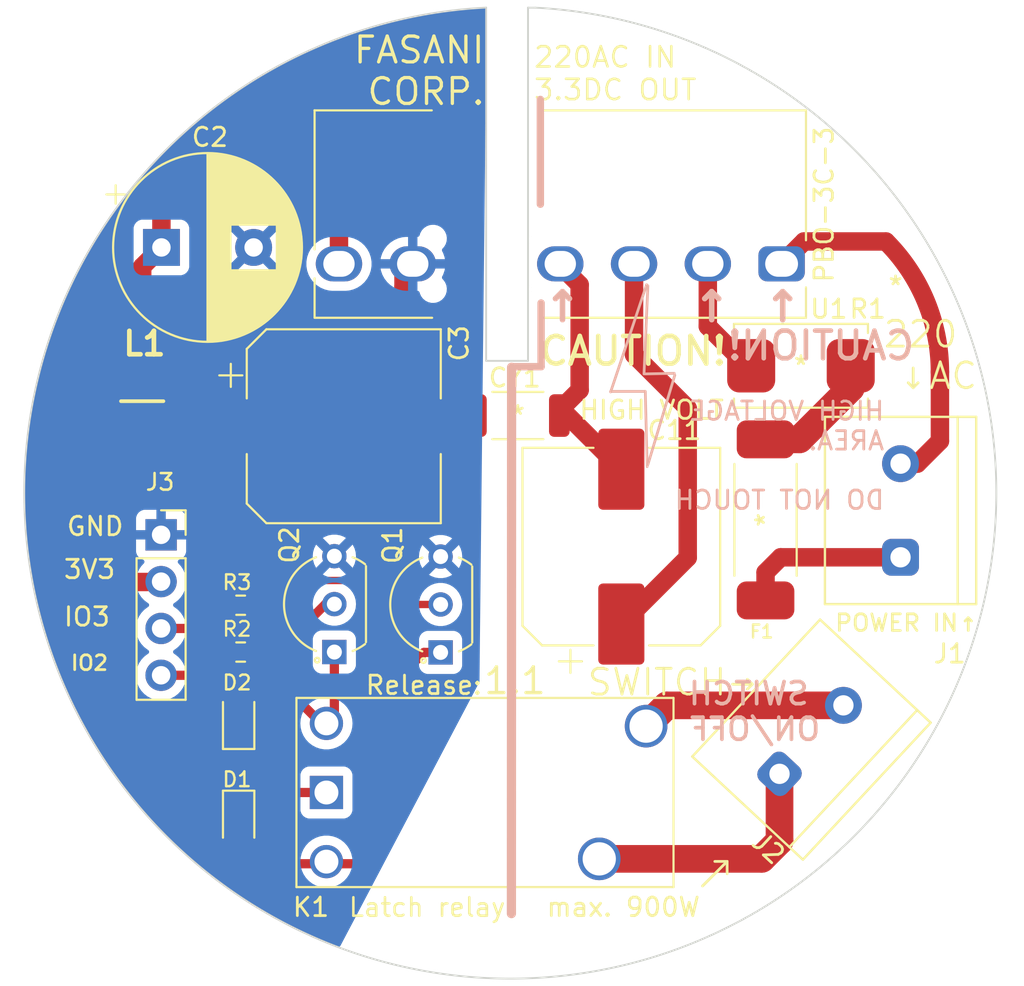
<source format=kicad_pcb>
(kicad_pcb (version 20221018) (generator pcbnew)
  (layers (0 "F.Cu" signal) (31 "B.Cu" signal) (34 "B.Paste" user) (35 "F.Paste" user) (36 "B.SilkS" user "B.Silkscreen") (37 "F.SilkS" user "F.Silkscreen") (38 "B.Mask" user) (39 "F.Mask" user) (44 "Edge.Cuts" user))
  (net 0 "")
  (net 1 "Net-(C1-Pad1)")
  (net 2 "Net-(C1-Pad2)")
  (net 3 "Net-(C2-Pad1)")
  (net 4 "GND")
  (net 5 "AC")
  (net 6 "Net-(F1-Pad2)")
  (net 7 "/AC (N)")
  (net 8 "Net-(R1-Pad2)")
  (net 9 "/IO_2")
  (net 10 "/IO_3")
  (net 11 "+3V3")
  (net 12 "Net-(J2-Pad1)")
  (net 13 "Net-(J2-Pad2)")
  (net 14 "Net-(D1-Pad2)")
  (net 15 "Net-(D2-Pad2)")
  (net 16 "Net-(Q1-Pad2)")
  (net 17 "Net-(Q2-Pad2)")
  (footprint "footprint:SMW212RJT" (layer "F.Cu") (at 152.3 78.45 180)
    (fp_text reference "R1" (at -3.62 3.08 180) (layer "F.SilkS"))
    (fp_text value "R" hide)
    (fp_text user "*" (at 0 0) (layer "F.SilkS"))
    (fp_line (start -3.6322 -2.2733) (end -3.6322 -1.78054) (stroke (width 0.12)) (layer "F.SilkS"))
    (fp_line (start -3.6322 1.78054) (end -3.6322 2.2733) (stroke (width 0.12)) (layer "F.SilkS"))
    (fp_line (start -3.6322 2.2733) (end 3.6322 2.2733) (stroke (width 0.12)) (layer "F.SilkS"))
    (fp_line (start 3.6322 -2.2733) (end -3.6322 -2.2733) (stroke (width 0.12)) (layer "F.SilkS"))
    (fp_line (start 3.6322 -1.78054) (end 3.6322 -2.2733) (stroke (width 0.12)) (layer "F.SilkS"))
    (fp_line (start 3.6322 2.2733) (end 3.6322 1.78054) (stroke (width 0.12)) (layer "F.SilkS"))
    (pad "1" smd roundrect (at -2.69875 0 180) (size 2.6035 2.8956) (layers "F.Cu" "F.Paste" "F.Mask") (net 6 "Net-(F1-Pad2)"))
    (pad "2" smd roundrect (at 2.69875 0 180) (size 2.6035 2.8956) (layers "F.Cu" "F.Paste" "F.Mask") (net 8 "Net-(R1-Pad2)"))
  )
  (footprint "footprint:BC547B" (layer "F.Cu") (at 132.76 94 90)
    (fp_text reference "Q1" (at 5.81 -2.60645 90) (layer "F.SilkS"))
    (fp_text value "Q_NPN_CBE" hide)
    (fp_line (start 0.536494 1.7145) (end 4.663506 1.7145) (stroke (width 0.12)) (layer "F.SilkS"))
    (fp_arc (start 0.056517 -0.99314) (mid 2.600845 -2.7305) (end 5.144097 -0.991565) (stroke (width 0.12)) (layer "F.SilkS"))
    (fp_arc (start 0.435836 1.66494) (mid 0.222331 1.342505) (end 0.056518 0.993141) (stroke (width 0.12)) (layer "F.SilkS"))
    (fp_arc (start 5.144097 0.991565) (mid 4.978085 1.341768) (end 4.764164 1.66494) (stroke (width 0.12)) (layer "F.SilkS"))
    (fp_circle (center -0.44 -0.93) (end -0.313 -0.93) (stroke (width 0.12)) (fill none) (layer "F.SilkS"))
    (pad "1" thru_hole rect (at 0 0 90) (size 1.3208 1.3208) (drill 0.8128) (layers "*.Cu" "*.Mask") (net 14 "Net-(D1-Pad2)"))
    (pad "2" thru_hole circle (at 2.6 0 90) (size 1.3208 1.3208) (drill 0.8128) (layers "*.Cu" "*.Mask") (net 16 "Net-(Q1-Pad2)"))
    (pad "3" thru_hole circle (at 5.2 0 90) (size 1.3208 1.3208) (drill 0.8128) (layers "*.Cu" "*.Mask") (net 4 "GND"))
  )
  (footprint "Resistor_SMD:R_0603_1608Metric" (layer "F.Cu") (at 121.92 93.98 180)
    (fp_text reference "R2" (at 0.2 1.25) (layer "F.SilkS") (effects (font (size 0.8 0.8) (thickness 0.12))))
    (fp_text value "430Ω" hide)
    (fp_line (start -0.237258 -0.5225) (end 0.237258 -0.5225) (stroke (width 0.12)) (layer "F.SilkS"))
    (fp_line (start -0.237258 0.5225) (end 0.237258 0.5225) (stroke (width 0.12)) (layer "F.SilkS"))
    (pad "1" smd roundrect (at -0.825 0 180) (size 0.8 0.95) (layers "F.Cu" "F.Paste" "F.Mask") (net 17 "Net-(Q2-Pad2)"))
    (pad "2" smd roundrect (at 0.825 0 180) (size 0.8 0.95) (layers "F.Cu" "F.Paste" "F.Mask") (net 9 "/IO_2"))
  )
  (footprint "Capacitor_SMD:CP_Elec_10x14.3" (layer "F.Cu") (at 142.56 88.26 90)
    (fp_text reference "C11" (at 6.31 2.88) (layer "F.SilkS"))
    (fp_text value "12uF")
    (fp_line (start -6.85 -2.76) (end -5.6 -2.76) (stroke (width 0.12)) (layer "F.SilkS"))
    (fp_line (start -6.225 -3.385) (end -6.225 -2.135) (stroke (width 0.12)) (layer "F.SilkS"))
    (fp_line (start -5.36 -4.295563) (end -5.36 -1.51) (stroke (width 0.12)) (layer "F.SilkS"))
    (fp_line (start -5.36 -4.295563) (end -4.295563 -5.36) (stroke (width 0.12)) (layer "F.SilkS"))
    (fp_line (start -5.36 4.295563) (end -5.36 1.51) (stroke (width 0.12)) (layer "F.SilkS"))
    (fp_line (start -5.36 4.295563) (end -4.295563 5.36) (stroke (width 0.12)) (layer "F.SilkS"))
    (fp_line (start -4.295563 -5.36) (end 5.36 -5.36) (stroke (width 0.12)) (layer "F.SilkS"))
    (fp_line (start -4.295563 5.36) (end 5.36 5.36) (stroke (width 0.12)) (layer "F.SilkS"))
    (fp_line (start 5.36 -5.36) (end 5.36 -1.51) (stroke (width 0.12)) (layer "F.SilkS"))
    (fp_line (start 5.36 5.36) (end 5.36 1.51) (stroke (width 0.12)) (layer "F.SilkS"))
    (pad "1" smd roundrect (at -4.2 0 90) (size 4.4 2.5) (layers "F.Cu" "F.Paste" "F.Mask") (roundrect_rratio 0.1) (net 1 "Net-(C1-Pad1)"))
    (pad "2" smd roundrect (at 4.2 0 90) (size 4.4 2.5) (layers "F.Cu" "F.Paste" "F.Mask") (roundrect_rratio 0.1) (net 2 "Net-(C1-Pad2)"))
  )
  (footprint "Diode_SMD:D_SOD-323" (layer "F.Cu") (at 121.81 97.74 90)
    (fp_text reference "D2" (at 2.1 -0.09 180) (layer "F.SilkS") (effects (font (size 0.8 0.8) (thickness 0.13))))
    (fp_text value "1N4148" hide)
    (fp_line (start -1.5 -0.85) (end -1.5 0.85) (stroke (width 0.12)) (layer "F.SilkS"))
    (fp_line (start -1.5 -0.85) (end 1.05 -0.85) (stroke (width 0.12)) (layer "F.SilkS"))
    (fp_line (start -1.5 0.85) (end 1.05 0.85) (stroke (width 0.12)) (layer "F.SilkS"))
    (pad "1" smd rect (at -1.05 0 90) (size 0.6 0.45) (layers "F.Cu" "F.Paste" "F.Mask") (net 11 "+3V3"))
    (pad "2" smd rect (at 1.05 0 90) (size 0.6 0.45) (layers "F.Cu" "F.Paste" "F.Mask") (net 15 "Net-(D2-Pad2)"))
  )
  (footprint "footprint:CC1808KKX7RCBB102" (layer "F.Cu") (at 136.95 81.15)
    (fp_text reference "CY1" (at -0.17 -2.05) (layer "F.SilkS"))
    (fp_text value "1nF" hide)
    (fp_text user "*" (at 0 0) (layer "F.SilkS"))
    (fp_line (start -1.38155 1.2827) (end 1.38155 1.2827) (stroke (width 0.12)) (layer "F.SilkS"))
    (fp_line (start 1.38155 -1.2827) (end -1.38155 -1.2827) (stroke (width 0.12)) (layer "F.SilkS"))
    (pad "1" smd roundrect (at -2.2479 0) (size 1.1176 2.3114) (layers "F.Cu" "F.Paste" "F.Mask") (net 4 "GND"))
    (pad "2" smd roundrect (at 2.2479 0) (size 1.1176 2.3114) (layers "F.Cu" "F.Paste" "F.Mask") (net 2 "Net-(C1-Pad2)"))
  )
  (footprint "footprint:PBO-3C-3" (layer "F.Cu") (at 151.249999 72.92 180)
    (fp_text reference "U1" (at -2.560001 -2.45) (layer "F.SilkS"))
    (fp_text value "PBO-3C-3" (at -2.300001 3.22 270) (layer "F.SilkS"))
    (fp_text user "*" (at -6.180001 -1.2) (layer "F.SilkS"))
    (fp_line (start -1.322301 -2.9261) (end -1.322301 -1.278829) (stroke (width 0.12)) (layer "F.SilkS"))
    (fp_line (start -1.322301 1.278829) (end -1.322301 8.3261) (stroke (width 0.12)) (layer "F.SilkS"))
    (fp_line (start -1.322301 8.3261) (end 13.11 8.3261) (stroke (width 0.12)) (layer "F.SilkS"))
    (fp_line (start 13.11 -2.9261) (end -1.322301 -2.9261) (stroke (width 0.12)) (layer "F.SilkS"))
    (fp_line (start 25.31 -2.9261) (end 18.95 -2.9261) (stroke (width 0.12)) (layer "F.SilkS"))
    (fp_line (start 25.322299 -0.785196) (end 25.322299 -2.9261) (stroke (width 0.12)) (layer "F.SilkS"))
    (fp_line (start 25.322299 8.3261) (end 25.322299 0.785196) (stroke (width 0.12)) (layer "F.SilkS"))
    (fp_line (start 25.33 8.3261) (end 18.97 8.3261) (stroke (width 0.12)) (layer "F.SilkS"))
    (pad "" np_thru_hole circle (at 13.099999 -1.3716 180) (size 0.9906 0.9906) (drill 0.9906) (layers "*.Cu" "*.Mask"))
    (pad "" np_thru_hole circle (at 13.099999 1.3716 180) (size 0.9906 0.9906) (drill 0.9906) (layers "*.Cu" "*.Mask"))
    (pad "" np_thru_hole circle (at 18.899999 -1.3716 180) (size 0.9906 0.9906) (drill 0.9906) (layers "*.Cu" "*.Mask"))
    (pad "" np_thru_hole circle (at 18.899999 1.3716 180) (size 0.9906 0.9906) (drill 0.9906) (layers "*.Cu" "*.Mask"))
    (pad "1" thru_hole roundrect (at 0 0 180) (size 2.5146 1.905) (drill oval 1.78 1.4) (layers "*.Cu" "*.Mask") (net 7 "/AC (N)"))
    (pad "2" thru_hole oval (at 3.999999 0 180) (size 2.5146 1.905) (drill oval 1.7 1.4) (layers "*.Cu" "*.Mask") (net 8 "Net-(R1-Pad2)"))
    (pad "3" thru_hole oval (at 7.999999 0 180) (size 2.5146 1.905) (drill oval 1.7 1.4) (layers "*.Cu" "*.Mask") (net 1 "Net-(C1-Pad1)"))
    (pad "4" thru_hole oval (at 11.999999 0 180) (size 2.5146 1.905) (drill oval 1.7 1.4) (layers "*.Cu" "*.Mask") (net 2 "Net-(C1-Pad2)"))
    (pad "5" thru_hole oval (at 19.999998 0 180) (size 2.5146 1.905) (drill oval 1.7 1.4) (layers "*.Cu" "*.Mask") (net 4 "GND"))
    (pad "6" thru_hole oval (at 23.999997 0 180) (size 2.5146 1.905) (drill oval 1.7 1.4) (layers "*.Cu" "*.Mask") (net 3 "Net-(C2-Pad1)"))
  )
  (footprint "footprint:Conn_C8269" (layer "F.Cu") (at 152.87 98.73 47)
    (fp_text reference "J2" (at -5.9 2.31 137) (layer "F.SilkS") (effects (font (size 1.002039 1.002039))))
    (fp_text value "ON/OFF switch")
    (fp_line (start -5.08 -4.1) (end 5.08 -4.1) (stroke (width 0.127)) (layer "F.SilkS"))
    (fp_line (start -5.08 3.1) (end -5.08 -4.1) (stroke (width 0.127)) (layer "F.SilkS"))
    (fp_line (start -5.08 3.1) (end 5.08 3.1) (stroke (width 0.127)) (layer "F.SilkS"))
    (fp_line (start -5.08 4.1) (end -5.08 3.1) (stroke (width 0.127)) (layer "F.SilkS"))
    (fp_line (start 5.08 -4.1) (end 5.08 3.1) (stroke (width 0.127)) (layer "F.SilkS"))
    (fp_line (start 5.08 3.1) (end 5.08 4.1) (stroke (width 0.127)) (layer "F.SilkS"))
    (fp_line (start 5.08 4.1) (end -5.08 4.1) (stroke (width 0.127)) (layer "F.SilkS"))
    (pad "1" thru_hole roundrect (at -2.54 0 47) (size 2 2) (drill 1.1) (layers "*.Cu" "*.Mask") (net 12 "Net-(J2-Pad1)"))
    (pad "2" thru_hole circle (at 2.54 0 47) (size 2 2) (drill 1.1) (layers "*.Cu" "*.Mask") (net 13 "Net-(J2-Pad2)"))
  )
  (footprint "footprint:Conn_C8269" (layer "F.Cu") (at 157.7 86.3 90)
    (fp_text reference "J1" (at -7.77 2.67 180) (layer "F.SilkS") (effects (font (size 1.002039 1.002039))))
    (fp_text value "AC MAINS POWER")
    (fp_line (start -5.08 -4.1) (end 5.08 -4.1) (stroke (width 0.127)) (layer "F.SilkS"))
    (fp_line (start -5.08 3.1) (end -5.08 -4.1) (stroke (width 0.127)) (layer "F.SilkS"))
    (fp_line (start -5.08 3.1) (end 5.08 3.1) (stroke (width 0.127)) (layer "F.SilkS"))
    (fp_line (start -5.08 4.1) (end -5.08 3.1) (stroke (width 0.127)) (layer "F.SilkS"))
    (fp_line (start 5.08 -4.1) (end 5.08 3.1) (stroke (width 0.127)) (layer "F.SilkS"))
    (fp_line (start 5.08 3.1) (end 5.08 4.1) (stroke (width 0.127)) (layer "F.SilkS"))
    (fp_line (start 5.08 4.1) (end -5.08 4.1) (stroke (width 0.127)) (layer "F.SilkS"))
    (pad "1" thru_hole roundrect (at -2.54 0 90) (size 2 2) (drill 1.1) (layers "*.Cu" "*.Mask") (net 5 "AC"))
    (pad "2" thru_hole circle (at 2.54 0 90) (size 2 2) (drill 1.1) (layers "*.Cu" "*.Mask") (net 7 "/AC (N)"))
  )
  (footprint "Resistor_SMD:R_0603_1608Metric" (layer "F.Cu") (at 121.92 91.44 180)
    (fp_text reference "R3" (at 0.2 1.24) (layer "F.SilkS") (effects (font (size 0.8 0.8) (thickness 0.13))))
    (fp_text value "430Ω")
    (fp_line (start -0.237258 -0.5225) (end 0.237258 -0.5225) (stroke (width 0.12)) (layer "F.SilkS"))
    (fp_line (start -0.237258 0.5225) (end 0.237258 0.5225) (stroke (width 0.12)) (layer "F.SilkS"))
    (pad "1" smd roundrect (at -0.825 0 180) (size 0.8 0.95) (layers "F.Cu" "F.Paste" "F.Mask") (net 16 "Net-(Q1-Pad2)"))
    (pad "2" smd roundrect (at 0.825 0 180) (size 0.8 0.95) (layers "F.Cu" "F.Paste" "F.Mask") (net 10 "/IO_3"))
  )
  (footprint "footprint:BC547B" (layer "F.Cu") (at 127 93.98 90)
    (fp_text reference "Q2" (at 5.81 -2.43645 90) (layer "F.SilkS"))
    (fp_text value "Q_NPN_CBE" hide)
    (fp_line (start 0.536494 1.7145) (end 4.663506 1.7145) (stroke (width 0.12)) (layer "F.SilkS"))
    (fp_arc (start 0.056517 -0.99314) (mid 2.600845 -2.7305) (end 5.144097 -0.991565) (stroke (width 0.12)) (layer "F.SilkS"))
    (fp_arc (start 0.435836 1.66494) (mid 0.222331 1.342505) (end 0.056518 0.993141) (stroke (width 0.12)) (layer "F.SilkS"))
    (fp_arc (start 5.144097 0.991565) (mid 4.978085 1.341768) (end 4.764164 1.66494) (stroke (width 0.12)) (layer "F.SilkS"))
    (fp_circle (center -0.44 -0.93) (end -0.313 -0.93) (stroke (width 0.12)) (fill none) (layer "F.SilkS"))
    (pad "1" thru_hole rect (at 0 0 90) (size 1.3208 1.3208) (drill 0.8128) (layers "*.Cu" "*.Mask") (net 15 "Net-(D2-Pad2)"))
    (pad "2" thru_hole circle (at 2.6 0 90) (size 1.3208 1.3208) (drill 0.8128) (layers "*.Cu" "*.Mask") (net 17 "Net-(Q2-Pad2)"))
    (pad "3" thru_hole circle (at 5.2 0 90) (size 1.3208 1.3208) (drill 0.8128) (layers "*.Cu" "*.Mask") (net 4 "GND"))
  )
  (footprint "footprint:FH44L-1AT-L2-DC3V" (layer "F.Cu") (at 126.57 101.6 90)
    (fp_text reference "K1" (at -6.22 -0.84 180) (layer "F.SilkS"))
    (fp_text value "HF163-F" hide)
    (fp_line (start -5.1308 -1.627) (end 5.1308 -1.627) (stroke (width 0.12)) (layer "F.SilkS"))
    (fp_line (start -5.1308 18.82) (end -5.1308 -1.627) (stroke (width 0.12)) (layer "F.SilkS"))
    (fp_line (start 5.1308 -1.627) (end 5.1308 18.82) (stroke (width 0.12)) (layer "F.SilkS"))
    (fp_line (start 5.1308 18.82) (end -5.1308 18.82) (stroke (width 0.12)) (layer "F.SilkS"))
    (pad "1" thru_hole circle (at -3.75 0 90) (size 1.8034 1.8034) (drill 1.2954) (layers "*.Cu" "*.Mask") (net 14 "Net-(D1-Pad2)"))
    (pad "2" thru_hole rect (at 0 0 90) (size 1.8034 1.8034) (drill 1.2954) (layers "*.Cu" "*.Mask") (net 11 "+3V3"))
    (pad "3" thru_hole circle (at 3.75 0 90) (size 1.8034 1.8034) (drill 1.2954) (layers "*.Cu" "*.Mask") (net 15 "Net-(D2-Pad2)"))
    (pad "4" thru_hole circle (at 3.6 17.333 90) (size 2.3114 2.3114) (drill 1.8034) (layers "*.Cu" "*.Mask") (net 13 "Net-(J2-Pad2)"))
    (pad "5" thru_hole circle (at -3.6 14.793 90) (size 2.3114 2.3114) (drill 1.8034) (layers "*.Cu" "*.Mask") (net 12 "Net-(J2-Pad1)"))
  )
  (footprint "Capacitor_THT:CP_Radial_D10.0mm_P5.00mm" (layer "F.Cu") (at 117.622323 72.03)
    (fp_text reference "C2" (at 2.627677 -5.98 180) (layer "F.SilkS"))
    (fp_text value "470uF")
    (fp_line (start -2.979646 -2.875) (end -1.979646 -2.875) (stroke (width 0.12)) (layer "F.SilkS"))
    (fp_line (start -2.479646 -3.375) (end -2.479646 -2.375) (stroke (width 0.12)) (layer "F.SilkS"))
    (fp_line (start 2.5 -5.08) (end 2.5 5.08) (stroke (width 0.12)) (layer "F.SilkS"))
    (fp_line (start 2.54 -5.08) (end 2.54 5.08) (stroke (width 0.12)) (layer "F.SilkS"))
    (fp_line (start 2.58 -5.08) (end 2.58 5.08) (stroke (width 0.12)) (layer "F.SilkS"))
    (fp_line (start 2.62 -5.079) (end 2.62 5.079) (stroke (width 0.12)) (layer "F.SilkS"))
    (fp_line (start 2.66 -5.078) (end 2.66 5.078) (stroke (width 0.12)) (layer "F.SilkS"))
    (fp_line (start 2.7 -5.077) (end 2.7 5.077) (stroke (width 0.12)) (layer "F.SilkS"))
    (fp_line (start 2.74 -5.075) (end 2.74 5.075) (stroke (width 0.12)) (layer "F.SilkS"))
    (fp_line (start 2.78 -5.073) (end 2.78 5.073) (stroke (width 0.12)) (layer "F.SilkS"))
    (fp_line (start 2.82 -5.07) (end 2.82 5.07) (stroke (width 0.12)) (layer "F.SilkS"))
    (fp_line (start 2.86 -5.068) (end 2.86 5.068) (stroke (width 0.12)) (layer "F.SilkS"))
    (fp_line (start 2.9 -5.065) (end 2.9 5.065) (stroke (width 0.12)) (layer "F.SilkS"))
    (fp_line (start 2.94 -5.062) (end 2.94 5.062) (stroke (width 0.12)) (layer "F.SilkS"))
    (fp_line (start 2.98 -5.058) (end 2.98 5.058) (stroke (width 0.12)) (layer "F.SilkS"))
    (fp_line (start 3.02 -5.054) (end 3.02 5.054) (stroke (width 0.12)) (layer "F.SilkS"))
    (fp_line (start 3.06 -5.05) (end 3.06 5.05) (stroke (width 0.12)) (layer "F.SilkS"))
    (fp_line (start 3.1 -5.045) (end 3.1 5.045) (stroke (width 0.12)) (layer "F.SilkS"))
    (fp_line (start 3.14 -5.04) (end 3.14 5.04) (stroke (width 0.12)) (layer "F.SilkS"))
    (fp_line (start 3.18 -5.035) (end 3.18 5.035) (stroke (width 0.12)) (layer "F.SilkS"))
    (fp_line (start 3.221 -5.03) (end 3.221 5.03) (stroke (width 0.12)) (layer "F.SilkS"))
    (fp_line (start 3.261 -5.024) (end 3.261 5.024) (stroke (width 0.12)) (layer "F.SilkS"))
    (fp_line (start 3.301 -5.018) (end 3.301 5.018) (stroke (width 0.12)) (layer "F.SilkS"))
    (fp_line (start 3.341 -5.011) (end 3.341 5.011) (stroke (width 0.12)) (layer "F.SilkS"))
    (fp_line (start 3.381 -5.004) (end 3.381 5.004) (stroke (width 0.12)) (layer "F.SilkS"))
    (fp_line (start 3.421 -4.997) (end 3.421 4.997) (stroke (width 0.12)) (layer "F.SilkS"))
    (fp_line (start 3.461 -4.99) (end 3.461 4.99) (stroke (width 0.12)) (layer "F.SilkS"))
    (fp_line (start 3.501 -4.982) (end 3.501 4.982) (stroke (width 0.12)) (layer "F.SilkS"))
    (fp_line (start 3.541 -4.974) (end 3.541 4.974) (stroke (width 0.12)) (layer "F.SilkS"))
    (fp_line (start 3.581 -4.965) (end 3.581 4.965) (stroke (width 0.12)) (layer "F.SilkS"))
    (fp_line (start 3.621 -4.956) (end 3.621 4.956) (stroke (width 0.12)) (layer "F.SilkS"))
    (fp_line (start 3.661 -4.947) (end 3.661 4.947) (stroke (width 0.12)) (layer "F.SilkS"))
    (fp_line (start 3.701 -4.938) (end 3.701 4.938) (stroke (width 0.12)) (layer "F.SilkS"))
    (fp_line (start 3.741 -4.928) (end 3.741 4.928) (stroke (width 0.12)) (layer "F.SilkS"))
    (fp_line (start 3.781 -4.918) (end 3.781 -1.241) (stroke (width 0.12)) (layer "F.SilkS"))
    (fp_line (start 3.781 1.241) (end 3.781 4.918) (stroke (width 0.12)) (layer "F.SilkS"))
    (fp_line (start 3.821 -4.907) (end 3.821 -1.241) (stroke (width 0.12)) (layer "F.SilkS"))
    (fp_line (start 3.821 1.241) (end 3.821 4.907) (stroke (width 0.12)) (layer "F.SilkS"))
    (fp_line (start 3.861 -4.897) (end 3.861 -1.241) (stroke (width 0.12)) (layer "F.SilkS"))
    (fp_line (start 3.861 1.241) (end 3.861 4.897) (stroke (width 0.12)) (layer "F.SilkS"))
    (fp_line (start 3.901 -4.885) (end 3.901 -1.241) (stroke (width 0.12)) (layer "F.SilkS"))
    (fp_line (start 3.901 1.241) (end 3.901 4.885) (stroke (width 0.12)) (layer "F.SilkS"))
    (fp_line (start 3.941 -4.874) (end 3.941 -1.241) (stroke (width 0.12)) (layer "F.SilkS"))
    (fp_line (start 3.941 1.241) (end 3.941 4.874) (stroke (width 0.12)) (layer "F.SilkS"))
    (fp_line (start 3.981 -4.862) (end 3.981 -1.241) (stroke (width 0.12)) (layer "F.SilkS"))
    (fp_line (start 3.981 1.241) (end 3.981 4.862) (stroke (width 0.12)) (layer "F.SilkS"))
    (fp_line (start 4.021 -4.85) (end 4.021 -1.241) (stroke (width 0.12)) (layer "F.SilkS"))
    (fp_line (start 4.021 1.241) (end 4.021 4.85) (stroke (width 0.12)) (layer "F.SilkS"))
    (fp_line (start 4.061 -4.837) (end 4.061 -1.241) (stroke (width 0.12)) (layer "F.SilkS"))
    (fp_line (start 4.061 1.241) (end 4.061 4.837) (stroke (width 0.12)) (layer "F.SilkS"))
    (fp_line (start 4.101 -4.824) (end 4.101 -1.241) (stroke (width 0.12)) (layer "F.SilkS"))
    (fp_line (start 4.101 1.241) (end 4.101 4.824) (stroke (width 0.12)) (layer "F.SilkS"))
    (fp_line (start 4.141 -4.811) (end 4.141 -1.241) (stroke (width 0.12)) (layer "F.SilkS"))
    (fp_line (start 4.141 1.241) (end 4.141 4.811) (stroke (width 0.12)) (layer "F.SilkS"))
    (fp_line (start 4.181 -4.797) (end 4.181 -1.241) (stroke (width 0.12)) (layer "F.SilkS"))
    (fp_line (start 4.181 1.241) (end 4.181 4.797) (stroke (width 0.12)) (layer "F.SilkS"))
    (fp_line (start 4.221 -4.783) (end 4.221 -1.241) (stroke (width 0.12)) (layer "F.SilkS"))
    (fp_line (start 4.221 1.241) (end 4.221 4.783) (stroke (width 0.12)) (layer "F.SilkS"))
    (fp_line (start 4.261 -4.768) (end 4.261 -1.241) (stroke (width 0.12)) (layer "F.SilkS"))
    (fp_line (start 4.261 1.241) (end 4.261 4.768) (stroke (width 0.12)) (layer "F.SilkS"))
    (fp_line (start 4.301 -4.754) (end 4.301 -1.241) (stroke (width 0.12)) (layer "F.SilkS"))
    (fp_line (start 4.301 1.241) (end 4.301 4.754) (stroke (width 0.12)) (layer "F.SilkS"))
    (fp_line (start 4.341 -4.738) (end 4.341 -1.241) (stroke (width 0.12)) (layer "F.SilkS"))
    (fp_line (start 4.341 1.241) (end 4.341 4.738) (stroke (width 0.12)) (layer "F.SilkS"))
    (fp_line (start 4.381 -4.723) (end 4.381 -1.241) (stroke (width 0.12)) (layer "F.SilkS"))
    (fp_line (start 4.381 1.241) (end 4.381 4.723) (stroke (width 0.12)) (layer "F.SilkS"))
    (fp_line (start 4.421 -4.707) (end 4.421 -1.241) (stroke (width 0.12)) (layer "F.SilkS"))
    (fp_line (start 4.421 1.241) (end 4.421 4.707) (stroke (width 0.12)) (layer "F.SilkS"))
    (fp_line (start 4.461 -4.69) (end 4.461 -1.241) (stroke (width 0.12)) (layer "F.SilkS"))
    (fp_line (start 4.461 1.241) (end 4.461 4.69) (stroke (width 0.12)) (layer "F.SilkS"))
    (fp_line (start 4.501 -4.674) (end 4.501 -1.241) (stroke (width 0.12)) (layer "F.SilkS"))
    (fp_line (start 4.501 1.241) (end 4.501 4.674) (stroke (width 0.12)) (layer "F.SilkS"))
    (fp_line (start 4.541 -4.657) (end 4.541 -1.241) (stroke (width 0.12)) (layer "F.SilkS"))
    (fp_line (start 4.541 1.241) (end 4.541 4.657) (stroke (width 0.12)) (layer "F.SilkS"))
    (fp_line (start 4.581 -4.639) (end 4.581 -1.241) (stroke (width 0.12)) (layer "F.SilkS"))
    (fp_line (start 4.581 1.241) (end 4.581 4.639) (stroke (width 0.12)) (layer "F.SilkS"))
    (fp_line (start 4.621 -4.621) (end 4.621 -1.241) (stroke (width 0.12)) (layer "F.SilkS"))
    (fp_line (start 4.621 1.241) (end 4.621 4.621) (stroke (width 0.12)) (layer "F.SilkS"))
    (fp_line (start 4.661 -4.603) (end 4.661 -1.241) (stroke (width 0.12)) (layer "F.SilkS"))
    (fp_line (start 4.661 1.241) (end 4.661 4.603) (stroke (width 0.12)) (layer "F.SilkS"))
    (fp_line (start 4.701 -4.584) (end 4.701 -1.241) (stroke (width 0.12)) (layer "F.SilkS"))
    (fp_line (start 4.701 1.241) (end 4.701 4.584) (stroke (width 0.12)) (layer "F.SilkS"))
    (fp_line (start 4.741 -4.564) (end 4.741 -1.241) (stroke (width 0.12)) (layer "F.SilkS"))
    (fp_line (start 4.741 1.241) (end 4.741 4.564) (stroke (width 0.12)) (layer "F.SilkS"))
    (fp_line (start 4.781 -4.545) (end 4.781 -1.241) (stroke (width 0.12)) (layer "F.SilkS"))
    (fp_line (start 4.781 1.241) (end 4.781 4.545) (stroke (width 0.12)) (layer "F.SilkS"))
    (fp_line (start 4.821 -4.525) (end 4.821 -1.241) (stroke (width 0.12)) (layer "F.SilkS"))
    (fp_line (start 4.821 1.241) (end 4.821 4.525) (stroke (width 0.12)) (layer "F.SilkS"))
    (fp_line (start 4.861 -4.504) (end 4.861 -1.241) (stroke (width 0.12)) (layer "F.SilkS"))
    (fp_line (start 4.861 1.241) (end 4.861 4.504) (stroke (width 0.12)) (layer "F.SilkS"))
    (fp_line (start 4.901 -4.483) (end 4.901 -1.241) (stroke (width 0.12)) (layer "F.SilkS"))
    (fp_line (start 4.901 1.241) (end 4.901 4.483) (stroke (width 0.12)) (layer "F.SilkS"))
    (fp_line (start 4.941 -4.462) (end 4.941 -1.241) (stroke (width 0.12)) (layer "F.SilkS"))
    (fp_line (start 4.941 1.241) (end 4.941 4.462) (stroke (width 0.12)) (layer "F.SilkS"))
    (fp_line (start 4.981 -4.44) (end 4.981 -1.241) (stroke (width 0.12)) (layer "F.SilkS"))
    (fp_line (start 4.981 1.241) (end 4.981 4.44) (stroke (width 0.12)) (layer "F.SilkS"))
    (fp_line (start 5.021 -4.417) (end 5.021 -1.241) (stroke (width 0.12)) (layer "F.SilkS"))
    (fp_line (start 5.021 1.241) (end 5.021 4.417) (stroke (width 0.12)) (layer "F.SilkS"))
    (fp_line (start 5.061 -4.395) (end 5.061 -1.241) (stroke (width 0.12)) (layer "F.SilkS"))
    (fp_line (start 5.061 1.241) (end 5.061 4.395) (stroke (width 0.12)) (layer "F.SilkS"))
    (fp_line (start 5.101 -4.371) (end 5.101 -1.241) (stroke (width 0.12)) (layer "F.SilkS"))
    (fp_line (start 5.101 1.241) (end 5.101 4.371) (stroke (width 0.12)) (layer "F.SilkS"))
    (fp_line (start 5.141 -4.347) (end 5.141 -1.241) (stroke (width 0.12)) (layer "F.SilkS"))
    (fp_line (start 5.141 1.241) (end 5.141 4.347) (stroke (width 0.12)) (layer "F.SilkS"))
    (fp_line (start 5.181 -4.323) (end 5.181 -1.241) (stroke (width 0.12)) (layer "F.SilkS"))
    (fp_line (start 5.181 1.241) (end 5.181 4.323) (stroke (width 0.12)) (layer "F.SilkS"))
    (fp_line (start 5.221 -4.298) (end 5.221 -1.241) (stroke (width 0.12)) (layer "F.SilkS"))
    (fp_line (start 5.221 1.241) (end 5.221 4.298) (stroke (width 0.12)) (layer "F.SilkS"))
    (fp_line (start 5.261 -4.273) (end 5.261 -1.241) (stroke (width 0.12)) (layer "F.SilkS"))
    (fp_line (start 5.261 1.241) (end 5.261 4.273) (stroke (width 0.12)) (layer "F.SilkS"))
    (fp_line (start 5.301 -4.247) (end 5.301 -1.241) (stroke (width 0.12)) (layer "F.SilkS"))
    (fp_line (start 5.301 1.241) (end 5.301 4.247) (stroke (width 0.12)) (layer "F.SilkS"))
    (fp_line (start 5.341 -4.221) (end 5.341 -1.241) (stroke (width 0.12)) (layer "F.SilkS"))
    (fp_line (start 5.341 1.241) (end 5.341 4.221) (stroke (width 0.12)) (layer "F.SilkS"))
    (fp_line (start 5.381 -4.194) (end 5.381 -1.241) (stroke (width 0.12)) (layer "F.SilkS"))
    (fp_line (start 5.381 1.241) (end 5.381 4.194) (stroke (width 0.12)) (layer "F.SilkS"))
    (fp_line (start 5.421 -4.166) (end 5.421 -1.241) (stroke (width 0.12)) (layer "F.SilkS"))
    (fp_line (start 5.421 1.241) (end 5.421 4.166) (stroke (width 0.12)) (layer "F.SilkS"))
    (fp_line (start 5.461 -4.138) (end 5.461 -1.241) (stroke (width 0.12)) (layer "F.SilkS"))
    (fp_line (start 5.461 1.241) (end 5.461 4.138) (stroke (width 0.12)) (layer "F.SilkS"))
    (fp_line (start 5.501 -4.11) (end 5.501 -1.241) (stroke (width 0.12)) (layer "F.SilkS"))
    (fp_line (start 5.501 1.241) (end 5.501 4.11) (stroke (width 0.12)) (layer "F.SilkS"))
    (fp_line (start 5.541 -4.08) (end 5.541 -1.241) (stroke (width 0.12)) (layer "F.SilkS"))
    (fp_line (start 5.541 1.241) (end 5.541 4.08) (stroke (width 0.12)) (layer "F.SilkS"))
    (fp_line (start 5.581 -4.05) (end 5.581 -1.241) (stroke (width 0.12)) (layer "F.SilkS"))
    (fp_line (start 5.581 1.241) (end 5.581 4.05) (stroke (width 0.12)) (layer "F.SilkS"))
    (fp_line (start 5.621 -4.02) (end 5.621 -1.241) (stroke (width 0.12)) (layer "F.SilkS"))
    (fp_line (start 5.621 1.241) (end 5.621 4.02) (stroke (width 0.12)) (layer "F.SilkS"))
    (fp_line (start 5.661 -3.989) (end 5.661 -1.241) (stroke (width 0.12)) (layer "F.SilkS"))
    (fp_line (start 5.661 1.241) (end 5.661 3.989) (stroke (width 0.12)) (layer "F.SilkS"))
    (fp_line (start 5.701 -3.957) (end 5.701 -1.241) (stroke (width 0.12)) (layer "F.SilkS"))
    (fp_line (start 5.701 1.241) (end 5.701 3.957) (stroke (width 0.12)) (layer "F.SilkS"))
    (fp_line (start 5.741 -3.925) (end 5.741 -1.241) (stroke (width 0.12)) (layer "F.SilkS"))
    (fp_line (start 5.741 1.241) (end 5.741 3.925) (stroke (width 0.12)) (layer "F.SilkS"))
    (fp_line (start 5.781 -3.892) (end 5.781 -1.241) (stroke (width 0.12)) (layer "F.SilkS"))
    (fp_line (start 5.781 1.241) (end 5.781 3.892) (stroke (width 0.12)) (layer "F.SilkS"))
    (fp_line (start 5.821 -3.858) (end 5.821 -1.241) (stroke (width 0.12)) (layer "F.SilkS"))
    (fp_line (start 5.821 1.241) (end 5.821 3.858) (stroke (width 0.12)) (layer "F.SilkS"))
    (fp_line (start 5.861 -3.824) (end 5.861 -1.241) (stroke (width 0.12)) (layer "F.SilkS"))
    (fp_line (start 5.861 1.241) (end 5.861 3.824) (stroke (width 0.12)) (layer "F.SilkS"))
    (fp_line (start 5.901 -3.789) (end 5.901 -1.241) (stroke (width 0.12)) (layer "F.SilkS"))
    (fp_line (start 5.901 1.241) (end 5.901 3.789) (stroke (width 0.12)) (layer "F.SilkS"))
    (fp_line (start 5.941 -3.753) (end 5.941 -1.241) (stroke (width 0.12)) (layer "F.SilkS"))
    (fp_line (start 5.941 1.241) (end 5.941 3.753) (stroke (width 0.12)) (layer "F.SilkS"))
    (fp_line (start 5.981 -3.716) (end 5.981 -1.241) (stroke (width 0.12)) (layer "F.SilkS"))
    (fp_line (start 5.981 1.241) (end 5.981 3.716) (stroke (width 0.12)) (layer "F.SilkS"))
    (fp_line (start 6.021 -3.679) (end 6.021 -1.241) (stroke (width 0.12)) (layer "F.SilkS"))
    (fp_line (start 6.021 1.241) (end 6.021 3.679) (stroke (width 0.12)) (layer "F.SilkS"))
    (fp_line (start 6.061 -3.64) (end 6.061 -1.241) (stroke (width 0.12)) (layer "F.SilkS"))
    (fp_line (start 6.061 1.241) (end 6.061 3.64) (stroke (width 0.12)) (layer "F.SilkS"))
    (fp_line (start 6.101 -3.601) (end 6.101 -1.241) (stroke (width 0.12)) (layer "F.SilkS"))
    (fp_line (start 6.101 1.241) (end 6.101 3.601) (stroke (width 0.12)) (layer "F.SilkS"))
    (fp_line (start 6.141 -3.561) (end 6.141 -1.241) (stroke (width 0.12)) (layer "F.SilkS"))
    (fp_line (start 6.141 1.241) (end 6.141 3.561) (stroke (width 0.12)) (layer "F.SilkS"))
    (fp_line (start 6.181 -3.52) (end 6.181 -1.241) (stroke (width 0.12)) (layer "F.SilkS"))
    (fp_line (start 6.181 1.241) (end 6.181 3.52) (stroke (width 0.12)) (layer "F.SilkS"))
    (fp_line (start 6.221 -3.478) (end 6.221 -1.241) (stroke (width 0.12)) (layer "F.SilkS"))
    (fp_line (start 6.221 1.241) (end 6.221 3.478) (stroke (width 0.12)) (layer "F.SilkS"))
    (fp_line (start 6.261 -3.436) (end 6.261 3.436) (stroke (width 0.12)) (layer "F.SilkS"))
    (fp_line (start 6.301 -3.392) (end 6.301 3.392) (stroke (width 0.12)) (layer "F.SilkS"))
    (fp_line (start 6.341 -3.347) (end 6.341 3.347) (stroke (width 0.12)) (layer "F.SilkS"))
    (fp_line (start 6.381 -3.301) (end 6.381 3.301) (stroke (width 0.12)) (layer "F.SilkS"))
    (fp_line (start 6.421 -3.254) (end 6.421 3.254) (stroke (width 0.12)) (layer "F.SilkS"))
    (fp_line (start 6.461 -3.206) (end 6.461 3.206) (stroke (width 0.12)) (layer "F.SilkS"))
    (fp_line (start 6.501 -3.156) (end 6.501 3.156) (stroke (width 0.12)) (layer "F.SilkS"))
    (fp_line (start 6.541 -3.106) (end 6.541 3.106) (stroke (width 0.12)) (layer "F.SilkS"))
    (fp_line (start 6.581 -3.054) (end 6.581 3.054) (stroke (width 0.12)) (layer "F.SilkS"))
    (fp_line (start 6.621 -3) (end 6.621 3) (stroke (width 0.12)) (layer "F.SilkS"))
    (fp_line (start 6.661 -2.945) (end 6.661 2.945) (stroke (width 0.12)) (layer "F.SilkS"))
    (fp_line (start 6.701 -2.889) (end 6.701 2.889) (stroke (width 0.12)) (layer "F.SilkS"))
    (fp_line (start 6.741 -2.83) (end 6.741 2.83) (stroke (width 0.12)) (layer "F.SilkS"))
    (fp_line (start 6.781 -2.77) (end 6.781 2.77) (stroke (width 0.12)) (layer "F.SilkS"))
    (fp_line (start 6.821 -2.709) (end 6.821 2.709) (stroke (width 0.12)) (layer "F.SilkS"))
    (fp_line (start 6.861 -2.645) (end 6.861 2.645) (stroke (width 0.12)) (layer "F.SilkS"))
    (fp_line (start 6.901 -2.579) (end 6.901 2.579) (stroke (width 0.12)) (layer "F.SilkS"))
    (fp_line (start 6.941 -2.51) (end 6.941 2.51) (stroke (width 0.12)) (layer "F.SilkS"))
    (fp_line (start 6.981 -2.439) (end 6.981 2.439) (stroke (width 0.12)) (layer "F.SilkS"))
    (fp_line (start 7.021 -2.365) (end 7.021 2.365) (stroke (width 0.12)) (layer "F.SilkS"))
    (fp_line (start 7.061 -2.289) (end 7.061 2.289) (stroke (width 0.12)) (layer "F.SilkS"))
    (fp_line (start 7.101 -2.209) (end 7.101 2.209) (stroke (width 0.12)) (layer "F.SilkS"))
    (fp_line (start 7.141 -2.125) (end 7.141 2.125) (stroke (width 0.12)) (layer "F.SilkS"))
    (fp_line (start 7.181 -2.037) (end 7.181 2.037) (stroke (width 0.12)) (layer "F.SilkS"))
    (fp_line (start 7.221 -1.944) (end 7.221 1.944) (stroke (width 0.12)) (layer "F.SilkS"))
    (fp_line (start 7.261 -1.846) (end 7.261 1.846) (stroke (width 0.12)) (layer "F.SilkS"))
    (fp_line (start 7.301 -1.742) (end 7.301 1.742) (stroke (width 0.12)) (layer "F.SilkS"))
    (fp_line (start 7.341 -1.63) (end 7.341 1.63) (stroke (width 0.12)) (layer "F.SilkS"))
    (fp_line (start 7.381 -1.51) (end 7.381 1.51) (stroke (width 0.12)) (layer "F.SilkS"))
    (fp_line (start 7.421 -1.378) (end 7.421 1.378) (stroke (width 0.12)) (layer "F.SilkS"))
    (fp_line (start 7.461 -1.23) (end 7.461 1.23) (stroke (width 0.12)) (layer "F.SilkS"))
    (fp_line (start 7.501 -1.062) (end 7.501 1.062) (stroke (width 0.12)) (layer "F.SilkS"))
    (fp_line (start 7.541 -0.862) (end 7.541 0.862) (stroke (width 0.12)) (layer "F.SilkS"))
    (fp_line (start 7.581 -0.599) (end 7.581 0.599) (stroke (width 0.12)) (layer "F.SilkS"))
    (fp_circle (center 2.5 0) (end 7.62 0) (stroke (width 0.12)) (fill none) (layer "F.SilkS"))
    (pad "1" thru_hole rect (at 0 0) (size 2 2) (drill 1) (layers "*.Cu" "*.Mask") (net 3 "Net-(C2-Pad1)"))
    (pad "2" thru_hole circle (at 5 0) (size 2 2) (drill 1) (layers "*.Cu" "*.Mask") (net 4 "GND"))
  )
  (footprint "footprint:0443001.DR" (layer "F.Cu") (at 150.38 86.81 90)
    (fp_text reference "F1" (at -6.06 -0.21) (layer "F.SilkS") (effects (font (size 0.7 0.7) (thickness 0.13))))
    (fp_text value "Fuse" hide)
    (fp_text user "*" (at 0 0 90) (layer "F.SilkS"))
    (fp_line (start -3.03255 1.6891) (end 3.03255 1.6891) (stroke (width 0.12)) (layer "F.SilkS"))
    (fp_line (start 3.03255 -1.6891) (end -3.03255 -1.6891) (stroke (width 0.12)) (layer "F.SilkS"))
    (pad "1" smd roundrect (at -4.3688 0 90) (size 2.0574 3.1242) (layers "F.Cu" "F.Paste" "F.Mask") (net 5 "AC"))
    (pad "2" smd roundrect (at 4.3688 0 90) (size 2.0574 3.1242) (layers "F.Cu" "F.Paste" "F.Mask") (net 6 "Net-(F1-Pad2)"))
  )
  (footprint "Diode_SMD:D_SOD-323" (layer "F.Cu") (at 121.81 103 -90)
    (fp_text reference "D1" (at -2.11 0.09 180) (layer "F.SilkS") (effects (font (size 0.8 0.8) (thickness 0.13))))
    (fp_text value "1N4148")
    (fp_line (start -1.5 -0.85) (end -1.5 0.85) (stroke (width 0.12)) (layer "F.SilkS"))
    (fp_line (start -1.5 -0.85) (end 1.05 -0.85) (stroke (width 0.12)) (layer "F.SilkS"))
    (fp_line (start -1.5 0.85) (end 1.05 0.85) (stroke (width 0.12)) (layer "F.SilkS"))
    (pad "1" smd rect (at -1.05 0 270) (size 0.6 0.45) (layers "F.Cu" "F.Paste" "F.Mask") (net 11 "+3V3"))
    (pad "2" smd rect (at 1.05 0 270) (size 0.6 0.45) (layers "F.Cu" "F.Paste" "F.Mask") (net 14 "Net-(D1-Pad2)"))
  )
  (footprint "footprint:IND_BRL3225T4R7M" (layer "F.Cu") (at 116.58 80.37 -90)
    (fp_text reference "L1" (at -3.12 -0.12 180) (layer "F.SilkS") (effects (font (size 1.27 1.27) (thickness 0.254))))
    (fp_text value "L" hide)
    (fp_line (start 0 -1.15) (end 0 1.15) (stroke (width 0.2)) (layer "F.SilkS"))
    (pad "1" smd rect (at -1.35 0 270) (size 1.4 2.7) (layers "F.Cu" "F.Paste" "F.Mask") (net 3 "Net-(C2-Pad1)"))
    (pad "2" smd rect (at 1.35 0 270) (size 1.4 2.7) (layers "F.Cu" "F.Paste" "F.Mask") (net 11 "+3V3"))
  )
  (footprint "Capacitor_SMD:CP_Elec_10x10" (layer "F.Cu") (at 127.51 81.73)
    (fp_text reference "C3" (at 6.25 -4.5 90) (layer "F.SilkS"))
    (fp_text value "C 150uF")
    (fp_line (start -6.75 -2.76) (end -5.5 -2.76) (stroke (width 0.12)) (layer "F.SilkS"))
    (fp_line (start -6.125 -3.385) (end -6.125 -2.135) (stroke (width 0.12)) (layer "F.SilkS"))
    (fp_line (start -5.26 -4.195563) (end -5.26 -1.51) (stroke (width 0.12)) (layer "F.SilkS"))
    (fp_line (start -5.26 -4.195563) (end -4.195563 -5.26) (stroke (width 0.12)) (layer "F.SilkS"))
    (fp_line (start -5.26 4.195563) (end -5.26 1.51) (stroke (width 0.12)) (layer "F.SilkS"))
    (fp_line (start -5.26 4.195563) (end -4.195563 5.26) (stroke (width 0.12)) (layer "F.SilkS"))
    (fp_line (start -4.195563 -5.26) (end 5.26 -5.26) (stroke (width 0.12)) (layer "F.SilkS"))
    (fp_line (start -4.195563 5.26) (end 5.26 5.26) (stroke (width 0.12)) (layer "F.SilkS"))
    (fp_line (start 5.26 -5.26) (end 5.26 -1.51) (stroke (width 0.12)) (layer "F.SilkS"))
    (fp_line (start 5.26 5.26) (end 5.26 1.51) (stroke (width 0.12)) (layer "F.SilkS"))
    (pad "1" smd roundrect (at -4 0) (size 4 2.5) (layers "F.Cu" "F.Paste" "F.Mask") (roundrect_rratio 0.1) (net 11 "+3V3"))
    (pad "2" smd roundrect (at 4 0) (size 4 2.5) (layers "F.Cu" "F.Paste" "F.Mask") (roundrect_rratio 0.1) (net 4 "GND"))
  )
  (footprint "Connector_PinSocket_2.54mm:PinSocket_1x04_P2.54mm_Vertical" (layer "F.Cu") (at 117.605 87.62)
    (fp_text reference "J3" (at -0.055 -2.86) (layer "F.SilkS") (effects (font (size 0.9 0.9) (thickness 0.14))))
    (fp_text value "Conn_01x04")
    (fp_line (start -1.33 1.27) (end -1.33 8.95) (stroke (width 0.12)) (layer "F.SilkS"))
    (fp_line (start -1.33 1.27) (end 1.33 1.27) (stroke (width 0.12)) (layer "F.SilkS"))
    (fp_line (start -1.33 8.95) (end 1.33 8.95) (stroke (width 0.12)) (layer "F.SilkS"))
    (fp_line (start 0 -1.33) (end 1.33 -1.33) (stroke (width 0.12)) (layer "F.SilkS"))
    (fp_line (start 1.33 -1.33) (end 1.33 0) (stroke (width 0.12)) (layer "F.SilkS"))
    (fp_line (start 1.33 1.27) (end 1.33 8.95) (stroke (width 0.12)) (layer "F.SilkS"))
    (pad "1" thru_hole rect (at 0 0) (size 1.7 1.7) (drill 1) (layers "*.Cu" "*.Mask") (net 4 "GND"))
    (pad "2" thru_hole oval (at 0 2.54) (size 1.7 1.7) (drill 1) (layers "*.Cu" "*.Mask") (net 11 "+3V3"))
    (pad "3" thru_hole oval (at 0 5.08) (size 1.7 1.7) (drill 1) (layers "*.Cu" "*.Mask") (net 10 "/IO_3"))
    (pad "4" thru_hole oval (at 0 7.62) (size 1.7 1.7) (drill 1) (layers "*.Cu" "*.Mask") (net 9 "/IO_2"))
  )
  (gr_line (start 138.17 69.685) (end 138.17 64) (stroke (width 0.4)) (layer "B.SilkS"))
  (gr_line (start 138.21 78.5) (end 138.21 75.045) (stroke (width 0.4)) (layer "B.SilkS"))
  (gr_line (start 145.43 78.86) (end 143.86 78.89) (stroke (width 0.15)) (layer "B.SilkS"))
  (gr_line (start 143.93 74.05) (end 141.98 79.87) (stroke (width 0.15)) (layer "B.SilkS"))
  (gr_line (start 143.86 79.84) (end 143.96 83.92) (stroke (width 0.15)) (layer "B.SilkS"))
  (gr_line (start 138.21 78.5) (end 136.59 78.5) (stroke (width 0.4)) (layer "B.SilkS"))
  (gr_line (start 144 83.81) (end 145.46 78.96) (stroke (width 0.15)) (layer "B.SilkS"))
  (gr_line (start 141.98 79.84) (end 143.82 79.84) (stroke (width 0.15)) (layer "B.SilkS"))
  (gr_line (start 136.6 108.17) (end 136.61 78.53) (stroke (width 0.5)) (layer "B.SilkS"))
  (gr_line (start 143.79 78.89) (end 144 74.11) (stroke (width 0.15)) (layer "B.SilkS"))
  (gr_line (start 135.23 78.1812) (end 135.23 59.02) (stroke (width 0.1)) (layer "Edge.Cuts"))
  (gr_arc (start 137.88918 59.022062) (mid 136.518744 111.696653) (end 135.23 59.02) (stroke (width 0.1)) (layer "Edge.Cuts"))
  (gr_line (start 137.5 59.022062) (end 137.5 78.1812) (stroke (width 0.1)) (layer "Edge.Cuts"))
  (gr_line (start 137.5 78.1812) (end 135.23 78.1812) (stroke (width 0.1)) (layer "Edge.Cuts"))
  (gr_line (start 137.88918 59.022062) (end 137.5 59.022062) (stroke (width 0.1)) (layer "Edge.Cuts"))
  (gr_text "↑" (at 147.46 75.04) (layer "B.SilkS") (effects (font (size 2 2) (thickness 0.3)) (justify mirror)))
  (gr_text "↑" (at 139.37 75.04) (layer "B.SilkS") (effects (font (size 2 2) (thickness 0.3)) (justify mirror)))
  (gr_text "HIGH VOLTAGE\nAREA.\n\nDO NOT TOUCH" (at 156.9 83.32) (layer "B.SilkS") (effects (font (size 1 1)) (justify left mirror)))
  (gr_text "↑" (at 151.31 75.04) (layer "B.SilkS") (effects (font (size 2 2) (thickness 0.3)) (justify mirror)))
  (gr_text "SWITCH\nON/OFF" (at 146.11 97.2) (layer "B.SilkS") (effects (font (size 1.2 1.2) (thickness 0.2)) (justify right mirror)))
  (gr_text "CAUTION!" (at 158.59 77.36) (layer "B.SilkS") (effects (font (size 1.5 1.5) (thickness 0.25)) (justify left mirror)))
  (gr_text "1.1" (at 136.79 95.54) (layer "F.SilkS") (effects (font (size 1.4 1.4) (thickness 0.18))))
  (gr_text "SWITCH→" (at 145.36 95.62) (layer "F.SilkS") (effects (font (size 1.4 1.4))))
  (gr_text "POWER IN↑" (at 158.05 92.4) (layer "F.SilkS") (effects (font (size 0.9 0.9))))
  (gr_text "Latch relay" (at 132.03 107.8275) (layer "F.SilkS") (effects (font (size 1 1) (thickness 0.14))))
  (gr_text "IO2" (at 113.72 94.57) (layer "F.SilkS") (effects (font (size 0.8 0.8))))
  (gr_text "3V3" (at 113.727143 89.493333) (layer "F.SilkS") (effects (font (size 1 1))))
  (gr_text "220AC IN\n3.3DC OUT" (at 137.74 62.5945) (layer "F.SilkS") (effects (font (size 1.1 1.1) (thickness 0.14)) (justify left)))
  (gr_text "Release:" (at 131.85 95.7775) (layer "F.SilkS") (effects (font (size 1 1))))
  (gr_text "HIGH VOLT" (at 140.2 80.85) (layer "F.SilkS") (effects (font (size 1 1)) (justify left)))
  (gr_text "220 \n↓AC" (at 161.95 77.87) (layer "F.SilkS") (effects (font (size 1.4 1.4)) (justify right)))
  (gr_text "CAUTION!" (at 138 77.65) (layer "F.SilkS") (effects (font (size 1.5 1.5) (thickness 0.25)) (justify left)))
  (gr_text "max. 900W" (at 142.67 107.82) (layer "F.SilkS") (effects (font (size 1 1))))
  (gr_text "↗" (at 147.63 105.85) (layer "F.SilkS") (effects (font (size 2 2))))
  (gr_text "GND" (at 114.03 87.16) (layer "F.SilkS") (effects (font (size 1 1))))
  (gr_text "FASANI\n  CORP." (at 135.25 62.45) (layer "F.SilkS") (effects (font (size 1.4 1.4) (thickness 0.18)) (justify right)))
  (gr_text "IO3" (at 113.584286 92.066666) (layer "F.SilkS") (effects (font (size 1 1))))
  (segment (start 146.16 80.76) (end 143.25 77.85) (width 1) (layer "F.Cu") (net 1))
  (segment (start 143.25 77.85) (end 143.25 72.92) (width 1) (layer "F.Cu") (net 1))
  (segment (start 142.56 92.46) (end 146.16 88.86) (width 1) (layer "F.Cu") (net 1))
  (segment (start 146.16 88.86) (end 146.16 80.76) (width 1) (layer "F.Cu") (net 1))
  (segment (start 139.390001 73.14) (end 140.300001 74.05) (width 1) (layer "F.Cu") (net 2))
  (segment (start 140.300001 74.05) (end 140.3 79.7679) (width 1) (layer "F.Cu") (net 2))
  (segment (start 139.1979 80.87) (end 140.3 79.7679) (width 1) (layer "F.Cu") (net 2))
  (segment (start 139.65 81.15) (end 142.56 84.06) (width 1) (layer "F.Cu") (net 2))
  (segment (start 139.1979 81.15) (end 139.1979 80.87) (width 1) (layer "F.Cu") (net 2))
  (segment (start 116.58 73.072323) (end 117.622323 72.03) (width 1) (layer "F.Cu") (net 3))
  (segment (start 127.250002 69.100002) (end 125.9 67.75) (width 1) (layer "F.Cu") (net 3))
  (segment (start 127.250002 72.92) (end 127.250002 69.100002) (width 1) (layer "F.Cu") (net 3))
  (segment (start 116.58 79.02) (end 116.58 73.072323) (width 1) (layer "F.Cu") (net 3))
  (segment (start 119 67.75) (end 117.622323 69.127677) (width 1) (layer "F.Cu") (net 3))
  (segment (start 117.622323 69.127677) (end 117.622323 72.03) (width 1) (layer "F.Cu") (net 3))
  (segment (start 125.9 67.75) (end 119 67.75) (width 1) (layer "F.Cu") (net 3))
  (segment (start 130.75 73.420001) (end 131.250001 72.92) (width 1) (layer "F.Cu") (net 4))
  (segment (start 131.28 81.68) (end 130.75 81.15) (width 1) (layer "F.Cu") (net 4))
  (segment (start 130.75 81.15) (end 130.75 74.15) (width 1) (layer "F.Cu") (net 4))
  (segment (start 131.86 81.1) (end 131.28 81.68) (width 1) (layer "F.Cu") (net 4))
  (segment (start 134.4721 81.1) (end 131.86 81.1) (width 1) (layer "F.Cu") (net 4))
  (segment (start 130.75 74.15) (end 130.75 73.420001) (width 1) (layer "F.Cu") (net 4))
  (segment (start 151.2 88.84) (end 150.38 89.66) (width 1) (layer "F.Cu") (net 5))
  (segment (start 150.38 89.66) (end 150.38 91.1788) (width 1) (layer "F.Cu") (net 5))
  (segment (start 157.7 88.84) (end 151.2 88.84) (width 1) (layer "F.Cu") (net 5))
  (segment (start 150.38 82.4412) (end 152.2188 82.4412) (width 1.5) (layer "F.Cu") (net 6))
  (segment (start 152.2188 82.4412) (end 154.99875 79.66125) (width 1.5) (layer "F.Cu") (net 6))
  (segment (start 154.99875 79.66125) (end 154.99875 78.45) (width 1.5) (layer "F.Cu") (net 6))
  (segment (start 159.835 82.535) (end 159.835 78.777136) (width 1) (layer "F.Cu") (net 7))
  (segment (start 157.7 83.76) (end 158.61 83.76) (width 1) (layer "F.Cu") (net 7))
  (segment (start 152.463931 71.706068) (end 151.249999 72.92) (width 1) (layer "F.Cu") (net 7))
  (segment (start 158.61 83.76) (end 159.835 82.535) (width 1) (layer "F.Cu") (net 7))
  (segment (start 156.906068 71.706068) (end 152.463931 71.706068) (width 1) (layer "F.Cu") (net 7))
  (arc (start 159.835 78.777136) (mid 159.073795 74.950302) (end 156.906068 71.706068) (width 1) (layer "F.Cu") (net 7))
  (segment (start 149.60125 78.45) (end 149.39 78.45) (width 1) (layer "F.Cu") (net 8))
  (segment (start 149.39 78.45) (end 147.25 76.31) (width 1) (layer "F.Cu") (net 8))
  (segment (start 147.25 76.31) (end 147.25 72.92) (width 1) (layer "F.Cu") (net 8))
  (segment (start 119.835 95.24) (end 121.095 93.98) (width 0.5) (layer "F.Cu") (net 9))
  (segment (start 117.605 95.24) (end 119.835 95.24) (width 0.5) (layer "F.Cu") (net 9))
  (segment (start 119.835 92.7) (end 121.095 91.44) (width 0.5) (layer "F.Cu") (net 10))
  (segment (start 117.605 92.7) (end 119.835 92.7) (width 0.5) (layer "F.Cu") (net 10))
  (segment (start 112.33 88.32) (end 114.19 90.18) (width 1) (layer "F.Cu") (net 11))
  (segment (start 116.58 81.72) (end 123.24 81.72) (width 1) (layer "F.Cu") (net 11))
  (segment (start 117.3 98.79) (end 115.34 96.83) (width 0.5) (layer "F.Cu") (net 11))
  (segment (start 121.81 98.79) (end 121.81 100.34) (width 0.5) (layer "F.Cu") (net 11))
  (segment (start 121.81 98.79) (end 117.3 98.79) (width 0.5) (layer "F.Cu") (net 11))
  (segment (start 122.23 98.79) (end 121.81 98.79) (width 0.5) (layer "F.Cu") (net 11))
  (segment (start 115.34 96.83) (end 115.34 91.33) (width 0.5) (layer "F.Cu") (net 11))
  (segment (start 121.81 100.34) (end 121.81 101.95) (width 0.5) (layer "F.Cu") (net 11))
  (segment (start 114.38 81.72) (end 116.58 81.72) (width 1) (layer "F.Cu") (net 11))
  (segment (start 125.04 101.6) (end 122.23 98.79) (width 0.5) (layer "F.Cu") (net 11))
  (segment (start 126.57 101.6) (end 125.04 101.6) (width 0.5) (layer "F.Cu") (net 11))
  (segment (start 112.33 88.32) (end 112.33 83.77) (width 1) (layer "F.Cu") (net 11))
  (segment (start 112.33 83.77) (end 114.38 81.72) (width 1) (layer "F.Cu") (net 11))
  (segment (start 115.34 91.33) (end 114.19 90.18) (width 0.5) (layer "F.Cu") (net 11))
  (segment (start 123.24 81.72) (end 123.28 81.68) (width 1) (layer "F.Cu") (net 11))
  (segment (start 116.865 90.18) (end 114.19 90.18) (width 1) (layer "F.Cu") (net 11))
  (segment (start 151.137724 104.232276) (end 150.17 105.2) (width 1.5) (layer "F.Cu") (net 12))
  (segment (start 151.137724 100.587638) (end 151.137724 104.232276) (width 1.5) (layer "F.Cu") (net 12))
  (segment (start 150.17 105.2) (end 141.363 105.2) (width 1.5) (layer "F.Cu") (net 12))
  (segment (start 154.602276 96.872362) (end 145.030638 96.872362) (width 1.5) (layer "F.Cu") (net 13))
  (segment (start 145.030638 96.872362) (end 143.903 98) (width 1.5) (layer "F.Cu") (net 13))
  (segment (start 123.225 105.465) (end 121.81 104.05) (width 0.5) (layer "F.Cu") (net 14))
  (segment (start 129.74 103.97) (end 128.245 105.465) (width 0.5) (layer "F.Cu") (net 14))
  (segment (start 128.245 105.465) (end 126.3 105.465) (width 0.5) (layer "F.Cu") (net 14))
  (segment (start 126.3 105.465) (end 123.225 105.465) (width 0.5) (layer "F.Cu") (net 14))
  (segment (start 129.74 96.12) (end 129.74 103.97) (width 0.5) (layer "F.Cu") (net 14))
  (segment (start 132.76 94) (end 131.86 94) (width 0.5) (layer "F.Cu") (net 14))
  (segment (start 131.86 94) (end 129.74 96.12) (width 0.5) (layer "F.Cu") (net 14))
  (segment (start 121.81 96.69) (end 125.13 96.69) (width 0.5) (layer "F.Cu") (net 15))
  (segment (start 125.13 96.69) (end 126.3 97.86) (width 0.5) (layer "F.Cu") (net 15))
  (segment (start 127 93.98) (end 127 98.165) (width 0.5) (layer "F.Cu") (net 15))
  (segment (start 125 90.1) (end 129.8 90.1) (width 0.4) (layer "F.Cu") (net 16))
  (segment (start 122.745 91.44) (end 123.66 91.44) (width 0.4) (layer "F.Cu") (net 16))
  (segment (start 131.1 91.4) (end 132.76 91.4) (width 0.4) (layer "F.Cu") (net 16))
  (segment (start 129.8 90.1) (end 131.1 91.4) (width 0.4) (layer "F.Cu") (net 16))
  (segment (start 123.66 91.44) (end 125 90.1) (width 0.4) (layer "F.Cu") (net 16))
  (segment (start 122.745 93.98) (end 123.92 93.98) (width 0.5) (layer "F.Cu") (net 17))
  (segment (start 126.52 91.38) (end 127 91.38) (width 0.5) (layer "F.Cu") (net 17))
  (segment (start 123.92 93.98) (end 126.52 91.38) (width 0.5) (layer "F.Cu") (net 17))
  (zone (net 4) (net_name "GND") (layer "B.Cu") (connect_pads (clearance 0.508)) (min_thickness 0.254) (fill yes (thermal_gap 0.508) (thermal_bridge_width 0.508))
    (polygon (pts (xy 135.26459 58.605943) (xy 134.868179 95.597374) (xy 126.177951 112.102684) (xy 108.869743 100.253552) (xy 109.23 71.87) (xy 125.64 60.05)))
  )
)
</source>
